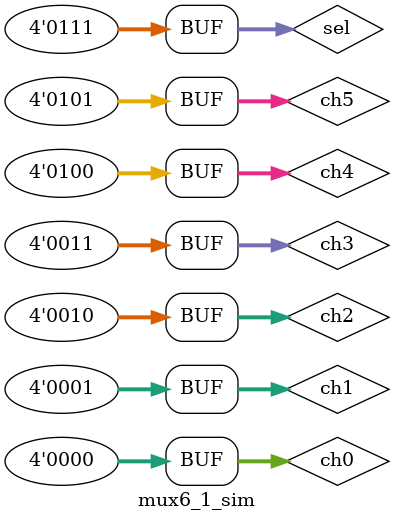
<source format=v>
`timescale 1ns / 1ps


module mux6_1_sim;

    // Inputs
	reg [3:0] ch0;
	reg [3:0] ch1;
	reg [3:0] ch2;
	reg [3:0] ch3;
	reg [3:0] ch4;
	reg [3:0] ch5;
	reg [3:0] sel;

	// Outputs
	wire [3:0] bcd;

	// Instantiate the Unit Under Test (UUT)
	mux6_1 uut (
		.ch0(ch0), 
		.ch1(ch1), 
		.ch2(ch2), 
		.ch3(ch3), 
		.ch4(ch4), 
		.ch5(ch5), 
		.sel(sel), 
		.bcd(bcd)
	);

	initial begin
		// Initialize Inputs
        ch0 = 0;
		ch1 = 0;
		ch2 = 0;
		ch3 = 0;
		ch4 = 0;
		ch5 = 0;
		sel = 0;

		// Wait 100 ns for global reset to finish
		#100000;
		ch0 = 4'b0000;
		ch1 = 4'b0001;
		ch2 = 4'b0010;
		ch3 = 4'b0011;
		ch4 = 4'b0100;
		ch5 = 4'b0101;	 
	    sel=4'b0000;
	    #100000;
        sel=4'b0001;
	    #100000;
        sel=4'b0010;
	    #100000;
        sel=4'b0011;
	    #100000;
        sel=4'b0100;
	    #100000;
        sel=4'b0101;
	    #100000;
        sel=4'b0111;   
		// Add stimulus here
	end
      
endmodule


</source>
